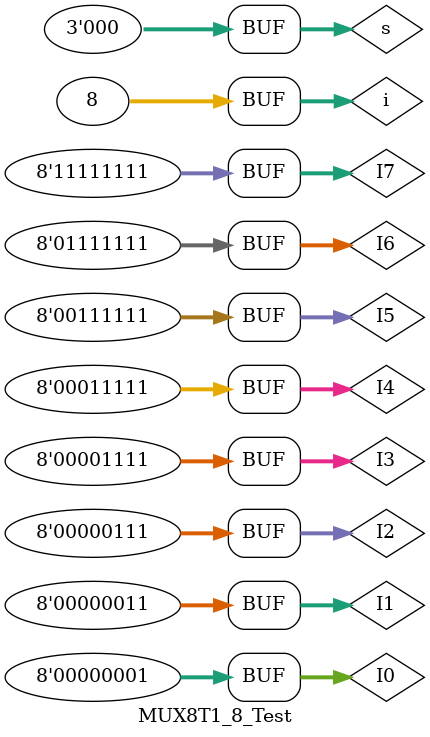
<source format=v>
`timescale 1ns / 1ps


module MUX8T1_8_Test;

	// Inputs
	reg [7:0] I0;
	reg [7:0] I1;
	reg [7:0] I2;
	reg [7:0] I3;
	reg [7:0] I4;
	reg [7:0] I5;
	reg [7:0] I6;
	reg [7:0] I7;
	reg [2:0] s;

	// Outputs
	wire [7:0] o;

	// Instantiate the Unit Under Test (UUT)
	MUX8T1_8 uut (
		.I0(I0), 
		.I1(I1), 
		.I2(I2), 
		.I3(I3), 
		.I4(I4), 
		.I5(I5), 
		.I6(I6), 
		.I7(I7), 
		.s(s), 
		.o(o)
	);
		integer i;
	initial begin
		// Initialize Inputs
		I0 = 0;
		I1 = 0;
		I2 = 0;
		I3 = 0;
		I4 = 0;
		I5 = 0;
		I6 = 0;
		I7 = 0;
		s = 0;

		// Wait 100 ns for global reset to finish
		#100;
		for (i=0; i<=7;i=i+1) begin			#50;			I0 = 8'b00000001;
			I1 = 8'b00000011;
			I2 = 8'b00000111;
			I3 = 8'b00001111;
			I4 = 8'b00011111;
			I5 = 8'b00111111;
			I6 = 8'b01111111;
			I7 = 8'b11111111;			s = i;		end
		
		#50;
		s = 0;
		
		
		// Add stimulus here

	end
      
endmodule


</source>
